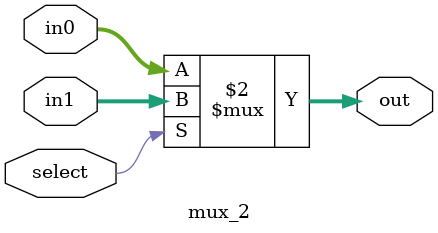
<source format=v>
module mux_2 #(
    parameter LENGTH = 64
)(
    input [LENGTH-1:0] in0, in1,
    input select,
    output [LENGTH-1:0] out
);
    assign out = (select == 0) ? in0 : in1;
endmodule

</source>
